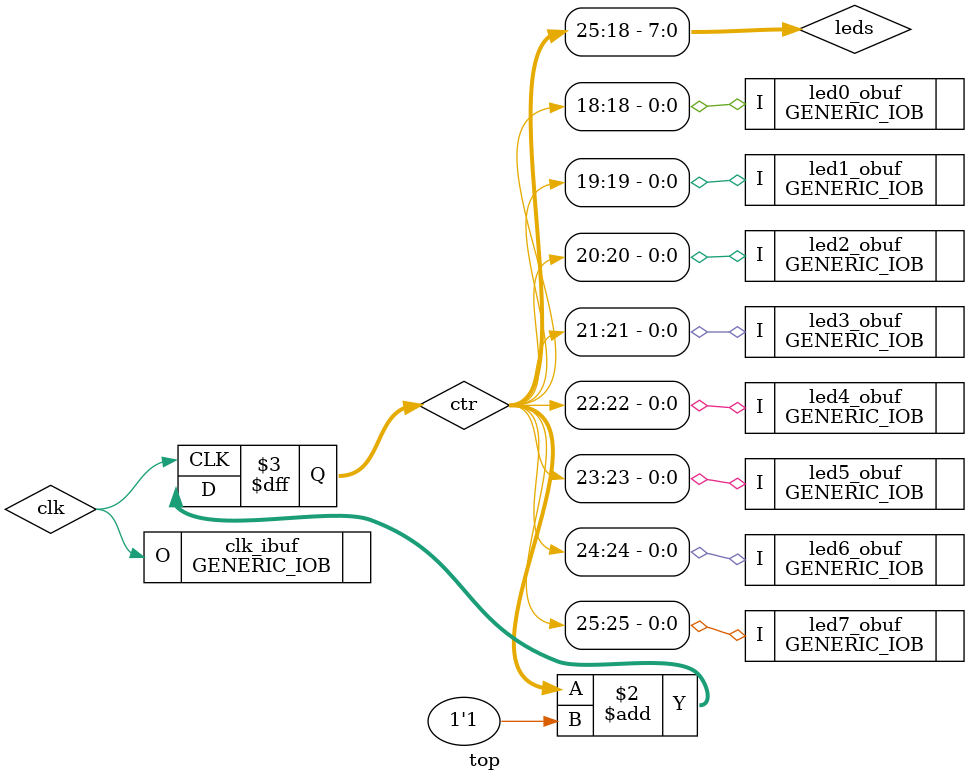
<source format=v>
module top;

	wire clk;
	(* BEL="R29C29_IOB0", keep *)
	GENERIC_IOB #(.INPUT_USED(1), .OUTPUT_USED(0)) clk_ibuf (.O(clk));

	wire [7:0] leds;
	(* BEL="R1C8_IOB0", keep *)
	GENERIC_IOB #(.INPUT_USED(0), .OUTPUT_USED(1)) led7_obuf (.I(leds[7]));
	(* BEL="R1C8_IOB1", keep *)
	GENERIC_IOB #(.INPUT_USED(0), .OUTPUT_USED(1)) led6_obuf (.I(leds[6]));
	(* BEL="R1C10_IOB0", keep *)
	GENERIC_IOB #(.INPUT_USED(0), .OUTPUT_USED(1)) led5_obuf (.I(leds[5]));
	(* BEL="R1C10_IOB1", keep *)
	GENERIC_IOB #(.INPUT_USED(0), .OUTPUT_USED(1)) led4_obuf (.I(leds[4]));
	(* BEL="R1C11_IOB0", keep *)
	GENERIC_IOB #(.INPUT_USED(0), .OUTPUT_USED(1)) led3_obuf (.I(leds[3]));
	(* BEL="R1C11_IOB1", keep *)
	GENERIC_IOB #(.INPUT_USED(0), .OUTPUT_USED(1)) led2_obuf (.I(leds[2]));
	(* BEL="R1C12_IOB0", keep *)
	GENERIC_IOB #(.INPUT_USED(0), .OUTPUT_USED(1)) led1_obuf (.I(leds[1]));
	(* BEL="R1C12_IOB1", keep *)
	GENERIC_IOB #(.INPUT_USED(0), .OUTPUT_USED(1)) led0_obuf (.I(leds[0]));

reg [25:0] ctr;
always @(posedge clk)
	ctr <= ctr + 1'b1;

assign leds = ctr[25:18];

endmodule

</source>
